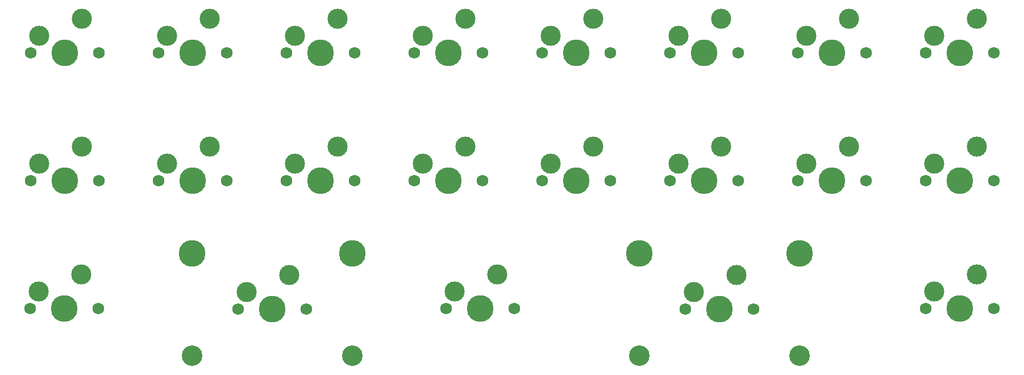
<source format=gbr>
%TF.GenerationSoftware,KiCad,Pcbnew,7.0.8-dirty*%
%TF.CreationDate,2023-11-22T20:27:44+09:00*%
%TF.ProjectId,typing-check-board,74797069-6e67-42d6-9368-65636b2d626f,rev?*%
%TF.SameCoordinates,Original*%
%TF.FileFunction,Soldermask,Top*%
%TF.FilePolarity,Negative*%
%FSLAX46Y46*%
G04 Gerber Fmt 4.6, Leading zero omitted, Abs format (unit mm)*
G04 Created by KiCad (PCBNEW 7.0.8-dirty) date 2023-11-22 20:27:44*
%MOMM*%
%LPD*%
G01*
G04 APERTURE LIST*
%ADD10C,1.750000*%
%ADD11C,3.000000*%
%ADD12C,3.987800*%
%ADD13C,3.048000*%
G04 APERTURE END LIST*
D10*
%TO.C,REF13*%
X132715000Y-106019600D03*
D11*
X133985000Y-103479600D03*
D12*
X137795000Y-106019600D03*
D11*
X140335000Y-100939600D03*
D10*
X142875000Y-106019600D03*
%TD*%
D12*
%TO.C,REFS2*%
X166319200Y-116840000D03*
D13*
X166319200Y-132080000D03*
D10*
X173177200Y-125095000D03*
D11*
X174447200Y-122555000D03*
D12*
X178257200Y-125095000D03*
D11*
X180797200Y-120015000D03*
D10*
X183337200Y-125095000D03*
D12*
X190195200Y-116840000D03*
D13*
X190195200Y-132080000D03*
%TD*%
D10*
%TO.C,REF03*%
X132715000Y-86969600D03*
D11*
X133985000Y-84429600D03*
D12*
X137795000Y-86969600D03*
D11*
X140335000Y-81889600D03*
D10*
X142875000Y-86969600D03*
%TD*%
%TO.C,REF00*%
X75565000Y-86969600D03*
D11*
X76835000Y-84429600D03*
D12*
X80645000Y-86969600D03*
D11*
X83185000Y-81889600D03*
D10*
X85725000Y-86969600D03*
%TD*%
%TO.C,REF02*%
X113665000Y-86969600D03*
D11*
X114935000Y-84429600D03*
D12*
X118745000Y-86969600D03*
D11*
X121285000Y-81889600D03*
D10*
X123825000Y-86969600D03*
%TD*%
%TO.C,REF07*%
X208940400Y-86969600D03*
D11*
X210210400Y-84429600D03*
D12*
X214020400Y-86969600D03*
D11*
X216560400Y-81889600D03*
D10*
X219100400Y-86969600D03*
%TD*%
%TO.C,REF27*%
X208915000Y-125069600D03*
D11*
X210185000Y-122529600D03*
D12*
X213995000Y-125069600D03*
D11*
X216535000Y-119989600D03*
D10*
X219075000Y-125069600D03*
%TD*%
%TO.C,REF20*%
X75539600Y-125069600D03*
D11*
X76809600Y-122529600D03*
D12*
X80619600Y-125069600D03*
D11*
X83159600Y-119989600D03*
D10*
X85699600Y-125069600D03*
%TD*%
%TO.C,REF06*%
X189865000Y-86969600D03*
D11*
X191135000Y-84429600D03*
D12*
X194945000Y-86969600D03*
D11*
X197485000Y-81889600D03*
D10*
X200025000Y-86969600D03*
%TD*%
%TO.C,REF01*%
X94615000Y-86969600D03*
D11*
X95885000Y-84429600D03*
D12*
X99695000Y-86969600D03*
D11*
X102235000Y-81889600D03*
D10*
X104775000Y-86969600D03*
%TD*%
%TO.C,REF12*%
X113665000Y-106019600D03*
D11*
X114935000Y-103479600D03*
D12*
X118745000Y-106019600D03*
D11*
X121285000Y-100939600D03*
D10*
X123825000Y-106019600D03*
%TD*%
D12*
%TO.C,REFS0*%
X99669600Y-116840000D03*
D13*
X99669600Y-132080000D03*
D10*
X106527600Y-125095000D03*
D11*
X107797600Y-122555000D03*
D12*
X111607600Y-125095000D03*
D11*
X114147600Y-120015000D03*
D10*
X116687600Y-125095000D03*
D12*
X123545600Y-116840000D03*
D13*
X123545600Y-132080000D03*
%TD*%
D10*
%TO.C,REF10*%
X75565000Y-106019600D03*
D11*
X76835000Y-103479600D03*
D12*
X80645000Y-106019600D03*
D11*
X83185000Y-100939600D03*
D10*
X85725000Y-106019600D03*
%TD*%
%TO.C,REF14*%
X151765000Y-106019600D03*
D11*
X153035000Y-103479600D03*
D12*
X156845000Y-106019600D03*
D11*
X159385000Y-100939600D03*
D10*
X161925000Y-106019600D03*
%TD*%
%TO.C,REFS1*%
X137464800Y-125069600D03*
D11*
X138734800Y-122529600D03*
D12*
X142544800Y-125069600D03*
D11*
X145084800Y-119989600D03*
D10*
X147624800Y-125069600D03*
%TD*%
%TO.C,REF11*%
X94615000Y-106019600D03*
D11*
X95885000Y-103479600D03*
D12*
X99695000Y-106019600D03*
D11*
X102235000Y-100939600D03*
D10*
X104775000Y-106019600D03*
%TD*%
%TO.C,REF04*%
X151765000Y-86969600D03*
D11*
X153035000Y-84429600D03*
D12*
X156845000Y-86969600D03*
D11*
X159385000Y-81889600D03*
D10*
X161925000Y-86969600D03*
%TD*%
%TO.C,REF17*%
X208940400Y-106019600D03*
D11*
X210210400Y-103479600D03*
D12*
X214020400Y-106019600D03*
D11*
X216560400Y-100939600D03*
D10*
X219100400Y-106019600D03*
%TD*%
%TO.C,REF05*%
X170815000Y-86969600D03*
D11*
X172085000Y-84429600D03*
D12*
X175895000Y-86969600D03*
D11*
X178435000Y-81889600D03*
D10*
X180975000Y-86969600D03*
%TD*%
%TO.C,REF15*%
X170815000Y-106019600D03*
D11*
X172085000Y-103479600D03*
D12*
X175895000Y-106019600D03*
D11*
X178435000Y-100939600D03*
D10*
X180975000Y-106019600D03*
%TD*%
%TO.C,REF16*%
X189865000Y-106019600D03*
D11*
X191135000Y-103479600D03*
D12*
X194945000Y-106019600D03*
D11*
X197485000Y-100939600D03*
D10*
X200025000Y-106019600D03*
%TD*%
M02*

</source>
